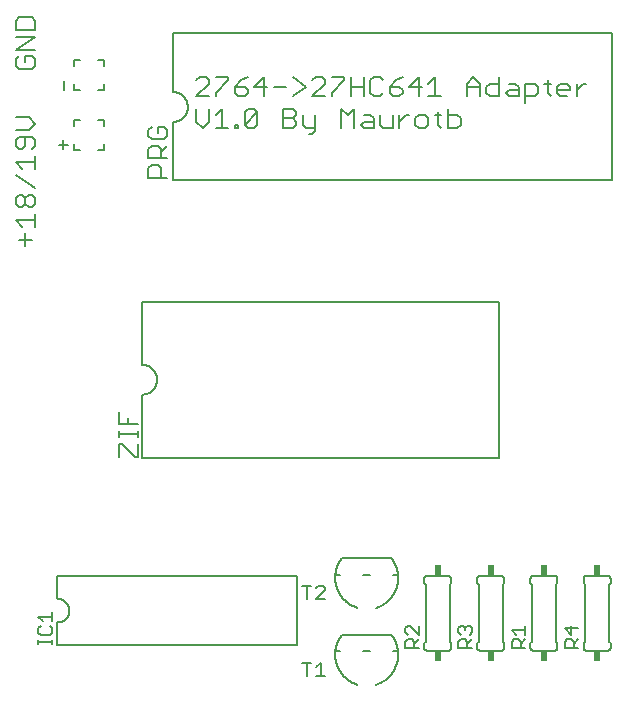
<source format=gto>
G75*
%MOIN*%
%OFA0B0*%
%FSLAX25Y25*%
%IPPOS*%
%LPD*%
%AMOC8*
5,1,8,0,0,1.08239X$1,22.5*
%
%ADD10C,0.00600*%
%ADD11C,0.00500*%
%ADD12C,0.00700*%
%ADD13R,0.02400X0.03400*%
D10*
X0019898Y0023831D02*
X0019898Y0031331D01*
X0020024Y0031333D01*
X0020149Y0031339D01*
X0020274Y0031349D01*
X0020399Y0031363D01*
X0020524Y0031380D01*
X0020648Y0031402D01*
X0020771Y0031427D01*
X0020893Y0031457D01*
X0021014Y0031490D01*
X0021134Y0031527D01*
X0021253Y0031567D01*
X0021370Y0031612D01*
X0021487Y0031660D01*
X0021601Y0031712D01*
X0021714Y0031767D01*
X0021825Y0031826D01*
X0021934Y0031888D01*
X0022041Y0031954D01*
X0022146Y0032023D01*
X0022249Y0032095D01*
X0022350Y0032170D01*
X0022448Y0032249D01*
X0022543Y0032331D01*
X0022636Y0032415D01*
X0022726Y0032503D01*
X0022814Y0032593D01*
X0022898Y0032686D01*
X0022980Y0032781D01*
X0023059Y0032879D01*
X0023134Y0032980D01*
X0023206Y0033083D01*
X0023275Y0033188D01*
X0023341Y0033295D01*
X0023403Y0033404D01*
X0023462Y0033515D01*
X0023517Y0033628D01*
X0023569Y0033742D01*
X0023617Y0033859D01*
X0023662Y0033976D01*
X0023702Y0034095D01*
X0023739Y0034215D01*
X0023772Y0034336D01*
X0023802Y0034458D01*
X0023827Y0034581D01*
X0023849Y0034705D01*
X0023866Y0034830D01*
X0023880Y0034955D01*
X0023890Y0035080D01*
X0023896Y0035205D01*
X0023898Y0035331D01*
X0023896Y0035457D01*
X0023890Y0035582D01*
X0023880Y0035707D01*
X0023866Y0035832D01*
X0023849Y0035957D01*
X0023827Y0036081D01*
X0023802Y0036204D01*
X0023772Y0036326D01*
X0023739Y0036447D01*
X0023702Y0036567D01*
X0023662Y0036686D01*
X0023617Y0036803D01*
X0023569Y0036920D01*
X0023517Y0037034D01*
X0023462Y0037147D01*
X0023403Y0037258D01*
X0023341Y0037367D01*
X0023275Y0037474D01*
X0023206Y0037579D01*
X0023134Y0037682D01*
X0023059Y0037783D01*
X0022980Y0037881D01*
X0022898Y0037976D01*
X0022814Y0038069D01*
X0022726Y0038159D01*
X0022636Y0038247D01*
X0022543Y0038331D01*
X0022448Y0038413D01*
X0022350Y0038492D01*
X0022249Y0038567D01*
X0022146Y0038639D01*
X0022041Y0038708D01*
X0021934Y0038774D01*
X0021825Y0038836D01*
X0021714Y0038895D01*
X0021601Y0038950D01*
X0021487Y0039002D01*
X0021370Y0039050D01*
X0021253Y0039095D01*
X0021134Y0039135D01*
X0021014Y0039172D01*
X0020893Y0039205D01*
X0020771Y0039235D01*
X0020648Y0039260D01*
X0020524Y0039282D01*
X0020399Y0039299D01*
X0020274Y0039313D01*
X0020149Y0039323D01*
X0020024Y0039329D01*
X0019898Y0039331D01*
X0019898Y0046831D01*
X0099898Y0046831D01*
X0099898Y0023831D01*
X0019898Y0023831D01*
X0048154Y0086299D02*
X0167154Y0086299D01*
X0167154Y0138299D01*
X0048154Y0138299D01*
X0048154Y0117299D01*
X0048294Y0117297D01*
X0048434Y0117291D01*
X0048574Y0117281D01*
X0048714Y0117268D01*
X0048853Y0117250D01*
X0048992Y0117228D01*
X0049129Y0117203D01*
X0049267Y0117174D01*
X0049403Y0117141D01*
X0049538Y0117104D01*
X0049672Y0117063D01*
X0049805Y0117018D01*
X0049937Y0116970D01*
X0050067Y0116918D01*
X0050196Y0116863D01*
X0050323Y0116804D01*
X0050449Y0116741D01*
X0050573Y0116675D01*
X0050694Y0116606D01*
X0050814Y0116533D01*
X0050932Y0116456D01*
X0051047Y0116377D01*
X0051161Y0116294D01*
X0051271Y0116208D01*
X0051380Y0116119D01*
X0051486Y0116027D01*
X0051589Y0115932D01*
X0051690Y0115835D01*
X0051787Y0115734D01*
X0051882Y0115631D01*
X0051974Y0115525D01*
X0052063Y0115416D01*
X0052149Y0115306D01*
X0052232Y0115192D01*
X0052311Y0115077D01*
X0052388Y0114959D01*
X0052461Y0114839D01*
X0052530Y0114718D01*
X0052596Y0114594D01*
X0052659Y0114468D01*
X0052718Y0114341D01*
X0052773Y0114212D01*
X0052825Y0114082D01*
X0052873Y0113950D01*
X0052918Y0113817D01*
X0052959Y0113683D01*
X0052996Y0113548D01*
X0053029Y0113412D01*
X0053058Y0113274D01*
X0053083Y0113137D01*
X0053105Y0112998D01*
X0053123Y0112859D01*
X0053136Y0112719D01*
X0053146Y0112579D01*
X0053152Y0112439D01*
X0053154Y0112299D01*
X0053152Y0112159D01*
X0053146Y0112019D01*
X0053136Y0111879D01*
X0053123Y0111739D01*
X0053105Y0111600D01*
X0053083Y0111461D01*
X0053058Y0111324D01*
X0053029Y0111186D01*
X0052996Y0111050D01*
X0052959Y0110915D01*
X0052918Y0110781D01*
X0052873Y0110648D01*
X0052825Y0110516D01*
X0052773Y0110386D01*
X0052718Y0110257D01*
X0052659Y0110130D01*
X0052596Y0110004D01*
X0052530Y0109880D01*
X0052461Y0109759D01*
X0052388Y0109639D01*
X0052311Y0109521D01*
X0052232Y0109406D01*
X0052149Y0109292D01*
X0052063Y0109182D01*
X0051974Y0109073D01*
X0051882Y0108967D01*
X0051787Y0108864D01*
X0051690Y0108763D01*
X0051589Y0108666D01*
X0051486Y0108571D01*
X0051380Y0108479D01*
X0051271Y0108390D01*
X0051161Y0108304D01*
X0051047Y0108221D01*
X0050932Y0108142D01*
X0050814Y0108065D01*
X0050694Y0107992D01*
X0050573Y0107923D01*
X0050449Y0107857D01*
X0050323Y0107794D01*
X0050196Y0107735D01*
X0050067Y0107680D01*
X0049937Y0107628D01*
X0049805Y0107580D01*
X0049672Y0107535D01*
X0049538Y0107494D01*
X0049403Y0107457D01*
X0049267Y0107424D01*
X0049129Y0107395D01*
X0048992Y0107370D01*
X0048853Y0107348D01*
X0048714Y0107330D01*
X0048574Y0107317D01*
X0048434Y0107307D01*
X0048294Y0107301D01*
X0048154Y0107299D01*
X0048154Y0086299D01*
X0009308Y0156812D02*
X0009308Y0161082D01*
X0008241Y0163257D02*
X0006106Y0165392D01*
X0012511Y0165392D01*
X0012511Y0163257D02*
X0012511Y0167528D01*
X0011443Y0169703D02*
X0010376Y0169703D01*
X0009308Y0170770D01*
X0009308Y0172906D01*
X0010376Y0173973D01*
X0011443Y0173973D01*
X0012511Y0172906D01*
X0012511Y0170770D01*
X0011443Y0169703D01*
X0009308Y0170770D02*
X0008241Y0169703D01*
X0007173Y0169703D01*
X0006106Y0170770D01*
X0006106Y0172906D01*
X0007173Y0173973D01*
X0008241Y0173973D01*
X0009308Y0172906D01*
X0012511Y0176148D02*
X0006106Y0180419D01*
X0008241Y0182594D02*
X0006106Y0184729D01*
X0012511Y0184729D01*
X0012511Y0182594D02*
X0012511Y0186864D01*
X0011443Y0189039D02*
X0012511Y0190107D01*
X0012511Y0192242D01*
X0011443Y0193310D01*
X0007173Y0193310D01*
X0006106Y0192242D01*
X0006106Y0190107D01*
X0007173Y0189039D01*
X0008241Y0189039D01*
X0009308Y0190107D01*
X0009308Y0193310D01*
X0010376Y0195485D02*
X0012511Y0197620D01*
X0010376Y0199755D01*
X0006106Y0199755D01*
X0006106Y0195485D02*
X0010376Y0195485D01*
X0025370Y0196874D02*
X0025370Y0198874D01*
X0027370Y0198874D01*
X0033370Y0198874D02*
X0035370Y0198874D01*
X0035370Y0196874D01*
X0035370Y0190874D02*
X0035370Y0188874D01*
X0033370Y0188874D01*
X0027370Y0188874D02*
X0025370Y0188874D01*
X0025370Y0190874D01*
X0025488Y0208677D02*
X0025488Y0210677D01*
X0025488Y0208677D02*
X0027488Y0208677D01*
X0033488Y0208677D02*
X0035488Y0208677D01*
X0035488Y0210677D01*
X0035488Y0216677D02*
X0035488Y0218677D01*
X0033488Y0218677D01*
X0027488Y0218677D02*
X0025488Y0218677D01*
X0025488Y0216677D01*
X0012511Y0216934D02*
X0011443Y0215867D01*
X0007173Y0215867D01*
X0006106Y0216934D01*
X0006106Y0219070D01*
X0007173Y0220137D01*
X0009308Y0220137D02*
X0009308Y0218002D01*
X0009308Y0220137D02*
X0011443Y0220137D01*
X0012511Y0219070D01*
X0012511Y0216934D01*
X0012511Y0222312D02*
X0006106Y0222312D01*
X0012511Y0226583D01*
X0006106Y0226583D01*
X0006106Y0228758D02*
X0006106Y0231961D01*
X0007173Y0233028D01*
X0011443Y0233028D01*
X0012511Y0231961D01*
X0012511Y0228758D01*
X0006106Y0228758D01*
X0058433Y0227705D02*
X0058433Y0208205D01*
X0058573Y0208203D01*
X0058713Y0208197D01*
X0058853Y0208187D01*
X0058993Y0208174D01*
X0059132Y0208156D01*
X0059271Y0208134D01*
X0059408Y0208109D01*
X0059546Y0208080D01*
X0059682Y0208047D01*
X0059817Y0208010D01*
X0059951Y0207969D01*
X0060084Y0207924D01*
X0060216Y0207876D01*
X0060346Y0207824D01*
X0060475Y0207769D01*
X0060602Y0207710D01*
X0060728Y0207647D01*
X0060852Y0207581D01*
X0060973Y0207512D01*
X0061093Y0207439D01*
X0061211Y0207362D01*
X0061326Y0207283D01*
X0061440Y0207200D01*
X0061550Y0207114D01*
X0061659Y0207025D01*
X0061765Y0206933D01*
X0061868Y0206838D01*
X0061969Y0206741D01*
X0062066Y0206640D01*
X0062161Y0206537D01*
X0062253Y0206431D01*
X0062342Y0206322D01*
X0062428Y0206212D01*
X0062511Y0206098D01*
X0062590Y0205983D01*
X0062667Y0205865D01*
X0062740Y0205745D01*
X0062809Y0205624D01*
X0062875Y0205500D01*
X0062938Y0205374D01*
X0062997Y0205247D01*
X0063052Y0205118D01*
X0063104Y0204988D01*
X0063152Y0204856D01*
X0063197Y0204723D01*
X0063238Y0204589D01*
X0063275Y0204454D01*
X0063308Y0204318D01*
X0063337Y0204180D01*
X0063362Y0204043D01*
X0063384Y0203904D01*
X0063402Y0203765D01*
X0063415Y0203625D01*
X0063425Y0203485D01*
X0063431Y0203345D01*
X0063433Y0203205D01*
X0063431Y0203065D01*
X0063425Y0202925D01*
X0063415Y0202785D01*
X0063402Y0202645D01*
X0063384Y0202506D01*
X0063362Y0202367D01*
X0063337Y0202230D01*
X0063308Y0202092D01*
X0063275Y0201956D01*
X0063238Y0201821D01*
X0063197Y0201687D01*
X0063152Y0201554D01*
X0063104Y0201422D01*
X0063052Y0201292D01*
X0062997Y0201163D01*
X0062938Y0201036D01*
X0062875Y0200910D01*
X0062809Y0200786D01*
X0062740Y0200665D01*
X0062667Y0200545D01*
X0062590Y0200427D01*
X0062511Y0200312D01*
X0062428Y0200198D01*
X0062342Y0200088D01*
X0062253Y0199979D01*
X0062161Y0199873D01*
X0062066Y0199770D01*
X0061969Y0199669D01*
X0061868Y0199572D01*
X0061765Y0199477D01*
X0061659Y0199385D01*
X0061550Y0199296D01*
X0061440Y0199210D01*
X0061326Y0199127D01*
X0061211Y0199048D01*
X0061093Y0198971D01*
X0060973Y0198898D01*
X0060852Y0198829D01*
X0060728Y0198763D01*
X0060602Y0198700D01*
X0060475Y0198641D01*
X0060346Y0198586D01*
X0060216Y0198534D01*
X0060084Y0198486D01*
X0059951Y0198441D01*
X0059817Y0198400D01*
X0059682Y0198363D01*
X0059546Y0198330D01*
X0059408Y0198301D01*
X0059271Y0198276D01*
X0059132Y0198254D01*
X0058993Y0198236D01*
X0058853Y0198223D01*
X0058713Y0198213D01*
X0058573Y0198207D01*
X0058433Y0198205D01*
X0058433Y0178705D01*
X0204933Y0178705D01*
X0204933Y0227705D01*
X0058433Y0227705D01*
X0067328Y0213087D02*
X0066261Y0212020D01*
X0067328Y0213087D02*
X0069463Y0213087D01*
X0070531Y0212020D01*
X0070531Y0210952D01*
X0066261Y0206682D01*
X0070531Y0206682D01*
X0072706Y0206682D02*
X0072706Y0207749D01*
X0076976Y0212020D01*
X0076976Y0213087D01*
X0072706Y0213087D01*
X0079152Y0209885D02*
X0079152Y0207749D01*
X0080219Y0206682D01*
X0082354Y0206682D01*
X0083422Y0207749D01*
X0083422Y0208817D01*
X0082354Y0209885D01*
X0079152Y0209885D01*
X0081287Y0212020D01*
X0083422Y0213087D01*
X0085597Y0209885D02*
X0089867Y0209885D01*
X0092043Y0209885D02*
X0096313Y0209885D01*
X0098488Y0213087D02*
X0102758Y0209885D01*
X0098488Y0206682D01*
X0098468Y0202587D02*
X0095265Y0202587D01*
X0095265Y0196182D01*
X0098468Y0196182D01*
X0099536Y0197249D01*
X0099536Y0198317D01*
X0098468Y0199385D01*
X0095265Y0199385D01*
X0098468Y0199385D02*
X0099536Y0200452D01*
X0099536Y0201520D01*
X0098468Y0202587D01*
X0101711Y0200452D02*
X0101711Y0197249D01*
X0102778Y0196182D01*
X0105981Y0196182D01*
X0105981Y0195114D02*
X0104914Y0194047D01*
X0103846Y0194047D01*
X0105981Y0195114D02*
X0105981Y0200452D01*
X0104934Y0206682D02*
X0109204Y0210952D01*
X0109204Y0212020D01*
X0108136Y0213087D01*
X0106001Y0213087D01*
X0104934Y0212020D01*
X0104934Y0206682D02*
X0109204Y0206682D01*
X0111379Y0206682D02*
X0111379Y0207749D01*
X0115649Y0212020D01*
X0115649Y0213087D01*
X0111379Y0213087D01*
X0117825Y0213087D02*
X0117825Y0206682D01*
X0117825Y0209885D02*
X0122095Y0209885D01*
X0124270Y0212020D02*
X0124270Y0207749D01*
X0125338Y0206682D01*
X0127473Y0206682D01*
X0128540Y0207749D01*
X0130716Y0207749D02*
X0130716Y0209885D01*
X0133918Y0209885D01*
X0134986Y0208817D01*
X0134986Y0207749D01*
X0133918Y0206682D01*
X0131783Y0206682D01*
X0130716Y0207749D01*
X0130716Y0209885D02*
X0132851Y0212020D01*
X0134986Y0213087D01*
X0137161Y0209885D02*
X0141431Y0209885D01*
X0143607Y0210952D02*
X0145742Y0213087D01*
X0145742Y0206682D01*
X0143607Y0206682D02*
X0147877Y0206682D01*
X0150052Y0202587D02*
X0150052Y0196182D01*
X0153255Y0196182D01*
X0154322Y0197249D01*
X0154322Y0199385D01*
X0153255Y0200452D01*
X0150052Y0200452D01*
X0147890Y0200452D02*
X0145755Y0200452D01*
X0146823Y0201520D02*
X0146823Y0197249D01*
X0147890Y0196182D01*
X0143580Y0197249D02*
X0143580Y0199385D01*
X0142512Y0200452D01*
X0140377Y0200452D01*
X0139310Y0199385D01*
X0139310Y0197249D01*
X0140377Y0196182D01*
X0142512Y0196182D01*
X0143580Y0197249D01*
X0137141Y0200452D02*
X0136073Y0200452D01*
X0133938Y0198317D01*
X0133938Y0196182D02*
X0133938Y0200452D01*
X0131763Y0200452D02*
X0131763Y0196182D01*
X0128560Y0196182D01*
X0127493Y0197249D01*
X0127493Y0200452D01*
X0125318Y0199385D02*
X0125318Y0196182D01*
X0122115Y0196182D01*
X0121047Y0197249D01*
X0122115Y0198317D01*
X0125318Y0198317D01*
X0125318Y0199385D02*
X0124250Y0200452D01*
X0122115Y0200452D01*
X0118872Y0202587D02*
X0118872Y0196182D01*
X0116737Y0200452D02*
X0118872Y0202587D01*
X0116737Y0200452D02*
X0114602Y0202587D01*
X0114602Y0196182D01*
X0122095Y0206682D02*
X0122095Y0213087D01*
X0124270Y0212020D02*
X0125338Y0213087D01*
X0127473Y0213087D01*
X0128540Y0212020D01*
X0137161Y0209885D02*
X0140364Y0213087D01*
X0140364Y0206682D01*
X0156498Y0206682D02*
X0156498Y0210952D01*
X0158633Y0213087D01*
X0160768Y0210952D01*
X0160768Y0206682D01*
X0162943Y0207749D02*
X0162943Y0209885D01*
X0164011Y0210952D01*
X0167213Y0210952D01*
X0167213Y0213087D02*
X0167213Y0206682D01*
X0164011Y0206682D01*
X0162943Y0207749D01*
X0160768Y0209885D02*
X0156498Y0209885D01*
X0169389Y0207749D02*
X0170456Y0208817D01*
X0173659Y0208817D01*
X0173659Y0209885D02*
X0173659Y0206682D01*
X0170456Y0206682D01*
X0169389Y0207749D01*
X0170456Y0210952D02*
X0172591Y0210952D01*
X0173659Y0209885D01*
X0175834Y0210952D02*
X0179037Y0210952D01*
X0180104Y0209885D01*
X0180104Y0207749D01*
X0179037Y0206682D01*
X0175834Y0206682D01*
X0175834Y0204547D02*
X0175834Y0210952D01*
X0182280Y0210952D02*
X0184415Y0210952D01*
X0183347Y0212020D02*
X0183347Y0207749D01*
X0184415Y0206682D01*
X0186577Y0207749D02*
X0186577Y0209885D01*
X0187644Y0210952D01*
X0189779Y0210952D01*
X0190847Y0209885D01*
X0190847Y0208817D01*
X0186577Y0208817D01*
X0186577Y0207749D02*
X0187644Y0206682D01*
X0189779Y0206682D01*
X0193022Y0206682D02*
X0193022Y0210952D01*
X0193022Y0208817D02*
X0195157Y0210952D01*
X0196225Y0210952D01*
X0088800Y0213087D02*
X0088800Y0206682D01*
X0085597Y0209885D02*
X0088800Y0213087D01*
X0085577Y0202587D02*
X0083442Y0202587D01*
X0082374Y0201520D01*
X0082374Y0197249D01*
X0086645Y0201520D01*
X0086645Y0197249D01*
X0085577Y0196182D01*
X0083442Y0196182D01*
X0082374Y0197249D01*
X0080219Y0197249D02*
X0080219Y0196182D01*
X0079152Y0196182D01*
X0079152Y0197249D01*
X0080219Y0197249D01*
X0076976Y0196182D02*
X0072706Y0196182D01*
X0074841Y0196182D02*
X0074841Y0202587D01*
X0072706Y0200452D01*
X0070531Y0198317D02*
X0070531Y0202587D01*
X0070531Y0198317D02*
X0068396Y0196182D01*
X0066261Y0198317D01*
X0066261Y0202587D01*
X0085577Y0202587D02*
X0086645Y0201520D01*
X0011443Y0158947D02*
X0007173Y0158947D01*
X0142169Y0045965D02*
X0142169Y0044465D01*
X0142669Y0043965D01*
X0142669Y0024965D01*
X0142169Y0024465D01*
X0142169Y0022965D01*
X0142171Y0022905D01*
X0142176Y0022844D01*
X0142185Y0022785D01*
X0142198Y0022726D01*
X0142214Y0022667D01*
X0142234Y0022610D01*
X0142257Y0022555D01*
X0142284Y0022500D01*
X0142313Y0022448D01*
X0142346Y0022397D01*
X0142382Y0022348D01*
X0142420Y0022302D01*
X0142462Y0022258D01*
X0142506Y0022216D01*
X0142552Y0022178D01*
X0142601Y0022142D01*
X0142652Y0022109D01*
X0142704Y0022080D01*
X0142759Y0022053D01*
X0142814Y0022030D01*
X0142871Y0022010D01*
X0142930Y0021994D01*
X0142989Y0021981D01*
X0143048Y0021972D01*
X0143109Y0021967D01*
X0143169Y0021965D01*
X0150169Y0021965D01*
X0150229Y0021967D01*
X0150290Y0021972D01*
X0150349Y0021981D01*
X0150408Y0021994D01*
X0150467Y0022010D01*
X0150524Y0022030D01*
X0150579Y0022053D01*
X0150634Y0022080D01*
X0150686Y0022109D01*
X0150737Y0022142D01*
X0150786Y0022178D01*
X0150832Y0022216D01*
X0150876Y0022258D01*
X0150918Y0022302D01*
X0150956Y0022348D01*
X0150992Y0022397D01*
X0151025Y0022448D01*
X0151054Y0022500D01*
X0151081Y0022555D01*
X0151104Y0022610D01*
X0151124Y0022667D01*
X0151140Y0022726D01*
X0151153Y0022785D01*
X0151162Y0022844D01*
X0151167Y0022905D01*
X0151169Y0022965D01*
X0151169Y0024465D01*
X0150669Y0024965D01*
X0150669Y0043965D01*
X0151169Y0044465D01*
X0151169Y0045965D01*
X0151167Y0046025D01*
X0151162Y0046086D01*
X0151153Y0046145D01*
X0151140Y0046204D01*
X0151124Y0046263D01*
X0151104Y0046320D01*
X0151081Y0046375D01*
X0151054Y0046430D01*
X0151025Y0046482D01*
X0150992Y0046533D01*
X0150956Y0046582D01*
X0150918Y0046628D01*
X0150876Y0046672D01*
X0150832Y0046714D01*
X0150786Y0046752D01*
X0150737Y0046788D01*
X0150686Y0046821D01*
X0150634Y0046850D01*
X0150579Y0046877D01*
X0150524Y0046900D01*
X0150467Y0046920D01*
X0150408Y0046936D01*
X0150349Y0046949D01*
X0150290Y0046958D01*
X0150229Y0046963D01*
X0150169Y0046965D01*
X0143169Y0046965D01*
X0143109Y0046963D01*
X0143048Y0046958D01*
X0142989Y0046949D01*
X0142930Y0046936D01*
X0142871Y0046920D01*
X0142814Y0046900D01*
X0142759Y0046877D01*
X0142704Y0046850D01*
X0142652Y0046821D01*
X0142601Y0046788D01*
X0142552Y0046752D01*
X0142506Y0046714D01*
X0142462Y0046672D01*
X0142420Y0046628D01*
X0142382Y0046582D01*
X0142346Y0046533D01*
X0142313Y0046482D01*
X0142284Y0046430D01*
X0142257Y0046375D01*
X0142234Y0046320D01*
X0142214Y0046263D01*
X0142198Y0046204D01*
X0142185Y0046145D01*
X0142176Y0046086D01*
X0142171Y0046025D01*
X0142169Y0045965D01*
X0159886Y0045965D02*
X0159886Y0044465D01*
X0160386Y0043965D01*
X0160386Y0024965D01*
X0159886Y0024465D01*
X0159886Y0022965D01*
X0159888Y0022905D01*
X0159893Y0022844D01*
X0159902Y0022785D01*
X0159915Y0022726D01*
X0159931Y0022667D01*
X0159951Y0022610D01*
X0159974Y0022555D01*
X0160001Y0022500D01*
X0160030Y0022448D01*
X0160063Y0022397D01*
X0160099Y0022348D01*
X0160137Y0022302D01*
X0160179Y0022258D01*
X0160223Y0022216D01*
X0160269Y0022178D01*
X0160318Y0022142D01*
X0160369Y0022109D01*
X0160421Y0022080D01*
X0160476Y0022053D01*
X0160531Y0022030D01*
X0160588Y0022010D01*
X0160647Y0021994D01*
X0160706Y0021981D01*
X0160765Y0021972D01*
X0160826Y0021967D01*
X0160886Y0021965D01*
X0167886Y0021965D01*
X0167946Y0021967D01*
X0168007Y0021972D01*
X0168066Y0021981D01*
X0168125Y0021994D01*
X0168184Y0022010D01*
X0168241Y0022030D01*
X0168296Y0022053D01*
X0168351Y0022080D01*
X0168403Y0022109D01*
X0168454Y0022142D01*
X0168503Y0022178D01*
X0168549Y0022216D01*
X0168593Y0022258D01*
X0168635Y0022302D01*
X0168673Y0022348D01*
X0168709Y0022397D01*
X0168742Y0022448D01*
X0168771Y0022500D01*
X0168798Y0022555D01*
X0168821Y0022610D01*
X0168841Y0022667D01*
X0168857Y0022726D01*
X0168870Y0022785D01*
X0168879Y0022844D01*
X0168884Y0022905D01*
X0168886Y0022965D01*
X0168886Y0024465D01*
X0168386Y0024965D01*
X0168386Y0043965D01*
X0168886Y0044465D01*
X0168886Y0045965D01*
X0168884Y0046025D01*
X0168879Y0046086D01*
X0168870Y0046145D01*
X0168857Y0046204D01*
X0168841Y0046263D01*
X0168821Y0046320D01*
X0168798Y0046375D01*
X0168771Y0046430D01*
X0168742Y0046482D01*
X0168709Y0046533D01*
X0168673Y0046582D01*
X0168635Y0046628D01*
X0168593Y0046672D01*
X0168549Y0046714D01*
X0168503Y0046752D01*
X0168454Y0046788D01*
X0168403Y0046821D01*
X0168351Y0046850D01*
X0168296Y0046877D01*
X0168241Y0046900D01*
X0168184Y0046920D01*
X0168125Y0046936D01*
X0168066Y0046949D01*
X0168007Y0046958D01*
X0167946Y0046963D01*
X0167886Y0046965D01*
X0160886Y0046965D01*
X0160826Y0046963D01*
X0160765Y0046958D01*
X0160706Y0046949D01*
X0160647Y0046936D01*
X0160588Y0046920D01*
X0160531Y0046900D01*
X0160476Y0046877D01*
X0160421Y0046850D01*
X0160369Y0046821D01*
X0160318Y0046788D01*
X0160269Y0046752D01*
X0160223Y0046714D01*
X0160179Y0046672D01*
X0160137Y0046628D01*
X0160099Y0046582D01*
X0160063Y0046533D01*
X0160030Y0046482D01*
X0160001Y0046430D01*
X0159974Y0046375D01*
X0159951Y0046320D01*
X0159931Y0046263D01*
X0159915Y0046204D01*
X0159902Y0046145D01*
X0159893Y0046086D01*
X0159888Y0046025D01*
X0159886Y0045965D01*
X0177602Y0045965D02*
X0177602Y0044465D01*
X0178102Y0043965D01*
X0178102Y0024965D01*
X0177602Y0024465D01*
X0177602Y0022965D01*
X0177604Y0022905D01*
X0177609Y0022844D01*
X0177618Y0022785D01*
X0177631Y0022726D01*
X0177647Y0022667D01*
X0177667Y0022610D01*
X0177690Y0022555D01*
X0177717Y0022500D01*
X0177746Y0022448D01*
X0177779Y0022397D01*
X0177815Y0022348D01*
X0177853Y0022302D01*
X0177895Y0022258D01*
X0177939Y0022216D01*
X0177985Y0022178D01*
X0178034Y0022142D01*
X0178085Y0022109D01*
X0178137Y0022080D01*
X0178192Y0022053D01*
X0178247Y0022030D01*
X0178304Y0022010D01*
X0178363Y0021994D01*
X0178422Y0021981D01*
X0178481Y0021972D01*
X0178542Y0021967D01*
X0178602Y0021965D01*
X0185602Y0021965D01*
X0185662Y0021967D01*
X0185723Y0021972D01*
X0185782Y0021981D01*
X0185841Y0021994D01*
X0185900Y0022010D01*
X0185957Y0022030D01*
X0186012Y0022053D01*
X0186067Y0022080D01*
X0186119Y0022109D01*
X0186170Y0022142D01*
X0186219Y0022178D01*
X0186265Y0022216D01*
X0186309Y0022258D01*
X0186351Y0022302D01*
X0186389Y0022348D01*
X0186425Y0022397D01*
X0186458Y0022448D01*
X0186487Y0022500D01*
X0186514Y0022555D01*
X0186537Y0022610D01*
X0186557Y0022667D01*
X0186573Y0022726D01*
X0186586Y0022785D01*
X0186595Y0022844D01*
X0186600Y0022905D01*
X0186602Y0022965D01*
X0186602Y0024465D01*
X0186102Y0024965D01*
X0186102Y0043965D01*
X0186602Y0044465D01*
X0186602Y0045965D01*
X0186600Y0046025D01*
X0186595Y0046086D01*
X0186586Y0046145D01*
X0186573Y0046204D01*
X0186557Y0046263D01*
X0186537Y0046320D01*
X0186514Y0046375D01*
X0186487Y0046430D01*
X0186458Y0046482D01*
X0186425Y0046533D01*
X0186389Y0046582D01*
X0186351Y0046628D01*
X0186309Y0046672D01*
X0186265Y0046714D01*
X0186219Y0046752D01*
X0186170Y0046788D01*
X0186119Y0046821D01*
X0186067Y0046850D01*
X0186012Y0046877D01*
X0185957Y0046900D01*
X0185900Y0046920D01*
X0185841Y0046936D01*
X0185782Y0046949D01*
X0185723Y0046958D01*
X0185662Y0046963D01*
X0185602Y0046965D01*
X0178602Y0046965D01*
X0178542Y0046963D01*
X0178481Y0046958D01*
X0178422Y0046949D01*
X0178363Y0046936D01*
X0178304Y0046920D01*
X0178247Y0046900D01*
X0178192Y0046877D01*
X0178137Y0046850D01*
X0178085Y0046821D01*
X0178034Y0046788D01*
X0177985Y0046752D01*
X0177939Y0046714D01*
X0177895Y0046672D01*
X0177853Y0046628D01*
X0177815Y0046582D01*
X0177779Y0046533D01*
X0177746Y0046482D01*
X0177717Y0046430D01*
X0177690Y0046375D01*
X0177667Y0046320D01*
X0177647Y0046263D01*
X0177631Y0046204D01*
X0177618Y0046145D01*
X0177609Y0046086D01*
X0177604Y0046025D01*
X0177602Y0045965D01*
X0195319Y0045965D02*
X0195319Y0044465D01*
X0195819Y0043965D01*
X0195819Y0024965D01*
X0195319Y0024465D01*
X0195319Y0022965D01*
X0195321Y0022905D01*
X0195326Y0022844D01*
X0195335Y0022785D01*
X0195348Y0022726D01*
X0195364Y0022667D01*
X0195384Y0022610D01*
X0195407Y0022555D01*
X0195434Y0022500D01*
X0195463Y0022448D01*
X0195496Y0022397D01*
X0195532Y0022348D01*
X0195570Y0022302D01*
X0195612Y0022258D01*
X0195656Y0022216D01*
X0195702Y0022178D01*
X0195751Y0022142D01*
X0195802Y0022109D01*
X0195854Y0022080D01*
X0195909Y0022053D01*
X0195964Y0022030D01*
X0196021Y0022010D01*
X0196080Y0021994D01*
X0196139Y0021981D01*
X0196198Y0021972D01*
X0196259Y0021967D01*
X0196319Y0021965D01*
X0203319Y0021965D01*
X0203379Y0021967D01*
X0203440Y0021972D01*
X0203499Y0021981D01*
X0203558Y0021994D01*
X0203617Y0022010D01*
X0203674Y0022030D01*
X0203729Y0022053D01*
X0203784Y0022080D01*
X0203836Y0022109D01*
X0203887Y0022142D01*
X0203936Y0022178D01*
X0203982Y0022216D01*
X0204026Y0022258D01*
X0204068Y0022302D01*
X0204106Y0022348D01*
X0204142Y0022397D01*
X0204175Y0022448D01*
X0204204Y0022500D01*
X0204231Y0022555D01*
X0204254Y0022610D01*
X0204274Y0022667D01*
X0204290Y0022726D01*
X0204303Y0022785D01*
X0204312Y0022844D01*
X0204317Y0022905D01*
X0204319Y0022965D01*
X0204319Y0024465D01*
X0203819Y0024965D01*
X0203819Y0043965D01*
X0204319Y0044465D01*
X0204319Y0045965D01*
X0204317Y0046025D01*
X0204312Y0046086D01*
X0204303Y0046145D01*
X0204290Y0046204D01*
X0204274Y0046263D01*
X0204254Y0046320D01*
X0204231Y0046375D01*
X0204204Y0046430D01*
X0204175Y0046482D01*
X0204142Y0046533D01*
X0204106Y0046582D01*
X0204068Y0046628D01*
X0204026Y0046672D01*
X0203982Y0046714D01*
X0203936Y0046752D01*
X0203887Y0046788D01*
X0203836Y0046821D01*
X0203784Y0046850D01*
X0203729Y0046877D01*
X0203674Y0046900D01*
X0203617Y0046920D01*
X0203558Y0046936D01*
X0203499Y0046949D01*
X0203440Y0046958D01*
X0203379Y0046963D01*
X0203319Y0046965D01*
X0196319Y0046965D01*
X0196259Y0046963D01*
X0196198Y0046958D01*
X0196139Y0046949D01*
X0196080Y0046936D01*
X0196021Y0046920D01*
X0195964Y0046900D01*
X0195909Y0046877D01*
X0195854Y0046850D01*
X0195802Y0046821D01*
X0195751Y0046788D01*
X0195702Y0046752D01*
X0195656Y0046714D01*
X0195612Y0046672D01*
X0195570Y0046628D01*
X0195532Y0046582D01*
X0195496Y0046533D01*
X0195463Y0046482D01*
X0195434Y0046430D01*
X0195407Y0046375D01*
X0195384Y0046320D01*
X0195364Y0046263D01*
X0195348Y0046204D01*
X0195335Y0046145D01*
X0195326Y0046086D01*
X0195321Y0046025D01*
X0195319Y0045965D01*
D11*
X0013644Y0025582D02*
X0013644Y0024081D01*
X0013644Y0024831D02*
X0018148Y0024831D01*
X0018148Y0024081D02*
X0018148Y0025582D01*
X0017397Y0027150D02*
X0018148Y0027901D01*
X0018148Y0029402D01*
X0017397Y0030153D01*
X0018148Y0031754D02*
X0018148Y0034756D01*
X0018148Y0033255D02*
X0013644Y0033255D01*
X0015145Y0031754D01*
X0014394Y0030153D02*
X0013644Y0029402D01*
X0013644Y0027901D01*
X0014394Y0027150D01*
X0017397Y0027150D01*
X0101589Y0017939D02*
X0104592Y0017939D01*
X0103091Y0017939D02*
X0103091Y0013435D01*
X0106193Y0013435D02*
X0109196Y0013435D01*
X0107695Y0013435D02*
X0107695Y0017939D01*
X0106193Y0016438D01*
X0112595Y0021685D02*
X0114174Y0021685D01*
X0114801Y0027185D02*
X0131293Y0027185D01*
X0135915Y0028069D02*
X0136666Y0027318D01*
X0135915Y0028069D02*
X0135915Y0029570D01*
X0136666Y0030321D01*
X0137417Y0030321D01*
X0140419Y0027318D01*
X0140419Y0030321D01*
X0140419Y0025717D02*
X0138918Y0024216D01*
X0138918Y0024966D02*
X0138918Y0022715D01*
X0140419Y0022715D02*
X0135915Y0022715D01*
X0135915Y0024966D01*
X0136666Y0025717D01*
X0138167Y0025717D01*
X0138918Y0024966D01*
X0133500Y0021685D02*
X0131920Y0021685D01*
X0124174Y0021685D02*
X0121920Y0021685D01*
X0131293Y0027185D02*
X0131446Y0026986D01*
X0131594Y0026784D01*
X0131737Y0026579D01*
X0131875Y0026370D01*
X0132008Y0026158D01*
X0132136Y0025943D01*
X0132258Y0025725D01*
X0132376Y0025504D01*
X0132488Y0025280D01*
X0132595Y0025054D01*
X0132696Y0024825D01*
X0132792Y0024594D01*
X0132883Y0024360D01*
X0132968Y0024125D01*
X0133047Y0023887D01*
X0133120Y0023648D01*
X0133188Y0023407D01*
X0133250Y0023165D01*
X0133306Y0022921D01*
X0133357Y0022675D01*
X0133401Y0022429D01*
X0133440Y0022182D01*
X0133472Y0021934D01*
X0133499Y0021685D01*
X0133521Y0021430D01*
X0133536Y0021174D01*
X0133544Y0020918D01*
X0133547Y0020661D01*
X0133543Y0020405D01*
X0133533Y0020149D01*
X0133517Y0019893D01*
X0133495Y0019638D01*
X0133466Y0019383D01*
X0133431Y0019129D01*
X0133390Y0018876D01*
X0133343Y0018624D01*
X0133289Y0018374D01*
X0133230Y0018125D01*
X0133164Y0017877D01*
X0133093Y0017631D01*
X0133015Y0017386D01*
X0132932Y0017144D01*
X0132843Y0016904D01*
X0132747Y0016666D01*
X0132646Y0016430D01*
X0132540Y0016197D01*
X0132427Y0015967D01*
X0132309Y0015739D01*
X0132186Y0015515D01*
X0132057Y0015293D01*
X0131923Y0015075D01*
X0131783Y0014860D01*
X0131638Y0014649D01*
X0131488Y0014441D01*
X0131334Y0014237D01*
X0131174Y0014036D01*
X0131009Y0013840D01*
X0130840Y0013648D01*
X0130665Y0013459D01*
X0130487Y0013276D01*
X0130304Y0013096D01*
X0130116Y0012921D01*
X0129925Y0012751D01*
X0129729Y0012586D01*
X0129529Y0012425D01*
X0129326Y0012269D01*
X0129119Y0012119D01*
X0128908Y0011973D01*
X0128693Y0011832D01*
X0128476Y0011697D01*
X0128255Y0011567D01*
X0128031Y0011443D01*
X0127804Y0011324D01*
X0127574Y0011211D01*
X0127341Y0011103D01*
X0127106Y0011001D01*
X0126868Y0010905D01*
X0126629Y0010815D01*
X0126387Y0010730D01*
X0126143Y0010652D01*
X0119951Y0010652D02*
X0119709Y0010730D01*
X0119469Y0010814D01*
X0119231Y0010903D01*
X0118995Y0010998D01*
X0118761Y0011100D01*
X0118530Y0011206D01*
X0118302Y0011319D01*
X0118076Y0011436D01*
X0117853Y0011559D01*
X0117634Y0011688D01*
X0117417Y0011822D01*
X0117204Y0011961D01*
X0116994Y0012105D01*
X0116788Y0012254D01*
X0116586Y0012408D01*
X0116387Y0012567D01*
X0116192Y0012731D01*
X0116001Y0012900D01*
X0115815Y0013073D01*
X0115632Y0013250D01*
X0115454Y0013432D01*
X0115281Y0013618D01*
X0115112Y0013809D01*
X0114948Y0014003D01*
X0114788Y0014201D01*
X0114633Y0014403D01*
X0114484Y0014609D01*
X0114339Y0014818D01*
X0114199Y0015031D01*
X0114065Y0015247D01*
X0113936Y0015467D01*
X0113812Y0015689D01*
X0113693Y0015914D01*
X0113581Y0016142D01*
X0113473Y0016373D01*
X0113372Y0016606D01*
X0113276Y0016842D01*
X0113185Y0017080D01*
X0113101Y0017320D01*
X0113022Y0017562D01*
X0112949Y0017806D01*
X0112883Y0018052D01*
X0112822Y0018299D01*
X0112767Y0018547D01*
X0112718Y0018797D01*
X0112675Y0019048D01*
X0112639Y0019300D01*
X0112608Y0019552D01*
X0112584Y0019806D01*
X0112566Y0020059D01*
X0112554Y0020314D01*
X0112548Y0020568D01*
X0112548Y0020823D01*
X0112554Y0021077D01*
X0112567Y0021331D01*
X0112586Y0021585D01*
X0112611Y0021838D01*
X0112642Y0022091D01*
X0112679Y0022343D01*
X0112722Y0022593D01*
X0112771Y0022843D01*
X0112827Y0023092D01*
X0112888Y0023339D01*
X0112955Y0023584D01*
X0113028Y0023828D01*
X0113107Y0024070D01*
X0113192Y0024309D01*
X0113283Y0024547D01*
X0113380Y0024783D01*
X0113482Y0025016D01*
X0113590Y0025246D01*
X0113703Y0025474D01*
X0113822Y0025699D01*
X0113946Y0025921D01*
X0114076Y0026140D01*
X0114210Y0026356D01*
X0114350Y0026569D01*
X0114496Y0026778D01*
X0114646Y0026983D01*
X0114801Y0027185D01*
X0109196Y0039026D02*
X0106193Y0039026D01*
X0109196Y0042028D01*
X0109196Y0042779D01*
X0108445Y0043529D01*
X0106944Y0043529D01*
X0106193Y0042779D01*
X0104592Y0043529D02*
X0101589Y0043529D01*
X0103091Y0043529D02*
X0103091Y0039026D01*
X0112595Y0047276D02*
X0114174Y0047276D01*
X0114801Y0052776D02*
X0131293Y0052776D01*
X0131920Y0047276D02*
X0133500Y0047276D01*
X0124174Y0047276D02*
X0121920Y0047276D01*
X0131293Y0052776D02*
X0131446Y0052577D01*
X0131594Y0052375D01*
X0131737Y0052170D01*
X0131875Y0051961D01*
X0132008Y0051749D01*
X0132136Y0051534D01*
X0132258Y0051316D01*
X0132376Y0051095D01*
X0132488Y0050871D01*
X0132595Y0050645D01*
X0132696Y0050416D01*
X0132792Y0050185D01*
X0132883Y0049951D01*
X0132968Y0049716D01*
X0133047Y0049478D01*
X0133120Y0049239D01*
X0133188Y0048998D01*
X0133250Y0048756D01*
X0133306Y0048512D01*
X0133357Y0048266D01*
X0133401Y0048020D01*
X0133440Y0047773D01*
X0133472Y0047525D01*
X0133499Y0047276D01*
X0133521Y0047021D01*
X0133536Y0046765D01*
X0133544Y0046509D01*
X0133547Y0046252D01*
X0133543Y0045996D01*
X0133533Y0045740D01*
X0133517Y0045484D01*
X0133495Y0045229D01*
X0133466Y0044974D01*
X0133431Y0044720D01*
X0133390Y0044467D01*
X0133343Y0044215D01*
X0133289Y0043965D01*
X0133230Y0043716D01*
X0133164Y0043468D01*
X0133093Y0043222D01*
X0133015Y0042977D01*
X0132932Y0042735D01*
X0132843Y0042495D01*
X0132747Y0042257D01*
X0132646Y0042021D01*
X0132540Y0041788D01*
X0132427Y0041558D01*
X0132309Y0041330D01*
X0132186Y0041106D01*
X0132057Y0040884D01*
X0131923Y0040666D01*
X0131783Y0040451D01*
X0131638Y0040240D01*
X0131488Y0040032D01*
X0131334Y0039828D01*
X0131174Y0039627D01*
X0131009Y0039431D01*
X0130840Y0039239D01*
X0130665Y0039050D01*
X0130487Y0038867D01*
X0130304Y0038687D01*
X0130116Y0038512D01*
X0129925Y0038342D01*
X0129729Y0038177D01*
X0129529Y0038016D01*
X0129326Y0037860D01*
X0129119Y0037710D01*
X0128908Y0037564D01*
X0128693Y0037423D01*
X0128476Y0037288D01*
X0128255Y0037158D01*
X0128031Y0037034D01*
X0127804Y0036915D01*
X0127574Y0036802D01*
X0127341Y0036694D01*
X0127106Y0036592D01*
X0126868Y0036496D01*
X0126629Y0036406D01*
X0126387Y0036321D01*
X0126143Y0036243D01*
X0119951Y0036243D02*
X0119709Y0036321D01*
X0119469Y0036405D01*
X0119231Y0036494D01*
X0118995Y0036589D01*
X0118761Y0036691D01*
X0118530Y0036797D01*
X0118302Y0036910D01*
X0118076Y0037027D01*
X0117853Y0037150D01*
X0117634Y0037279D01*
X0117417Y0037413D01*
X0117204Y0037552D01*
X0116994Y0037696D01*
X0116788Y0037845D01*
X0116586Y0037999D01*
X0116387Y0038158D01*
X0116192Y0038322D01*
X0116001Y0038491D01*
X0115815Y0038664D01*
X0115632Y0038841D01*
X0115454Y0039023D01*
X0115281Y0039209D01*
X0115112Y0039400D01*
X0114948Y0039594D01*
X0114788Y0039792D01*
X0114633Y0039994D01*
X0114484Y0040200D01*
X0114339Y0040409D01*
X0114199Y0040622D01*
X0114065Y0040838D01*
X0113936Y0041058D01*
X0113812Y0041280D01*
X0113693Y0041505D01*
X0113581Y0041733D01*
X0113473Y0041964D01*
X0113372Y0042197D01*
X0113276Y0042433D01*
X0113185Y0042671D01*
X0113101Y0042911D01*
X0113022Y0043153D01*
X0112949Y0043397D01*
X0112883Y0043643D01*
X0112822Y0043890D01*
X0112767Y0044138D01*
X0112718Y0044388D01*
X0112675Y0044639D01*
X0112639Y0044891D01*
X0112608Y0045143D01*
X0112584Y0045397D01*
X0112566Y0045650D01*
X0112554Y0045905D01*
X0112548Y0046159D01*
X0112548Y0046414D01*
X0112554Y0046668D01*
X0112567Y0046922D01*
X0112586Y0047176D01*
X0112611Y0047429D01*
X0112642Y0047682D01*
X0112679Y0047934D01*
X0112722Y0048184D01*
X0112771Y0048434D01*
X0112827Y0048683D01*
X0112888Y0048930D01*
X0112955Y0049175D01*
X0113028Y0049419D01*
X0113107Y0049661D01*
X0113192Y0049900D01*
X0113283Y0050138D01*
X0113380Y0050374D01*
X0113482Y0050607D01*
X0113590Y0050837D01*
X0113703Y0051065D01*
X0113822Y0051290D01*
X0113946Y0051512D01*
X0114076Y0051731D01*
X0114210Y0051947D01*
X0114350Y0052160D01*
X0114496Y0052369D01*
X0114646Y0052574D01*
X0114801Y0052776D01*
X0153632Y0029570D02*
X0154383Y0030321D01*
X0155133Y0030321D01*
X0155884Y0029570D01*
X0156635Y0030321D01*
X0157385Y0030321D01*
X0158136Y0029570D01*
X0158136Y0028069D01*
X0157385Y0027318D01*
X0158136Y0025717D02*
X0156635Y0024216D01*
X0156635Y0024966D02*
X0156635Y0022715D01*
X0158136Y0022715D02*
X0153632Y0022715D01*
X0153632Y0024966D01*
X0154383Y0025717D01*
X0155884Y0025717D01*
X0156635Y0024966D01*
X0154383Y0027318D02*
X0153632Y0028069D01*
X0153632Y0029570D01*
X0155884Y0029570D02*
X0155884Y0028820D01*
X0171349Y0028820D02*
X0175852Y0028820D01*
X0175852Y0030321D02*
X0175852Y0027318D01*
X0175852Y0025717D02*
X0174351Y0024216D01*
X0174351Y0024966D02*
X0174351Y0022715D01*
X0175852Y0022715D02*
X0171349Y0022715D01*
X0171349Y0024966D01*
X0172099Y0025717D01*
X0173600Y0025717D01*
X0174351Y0024966D01*
X0172850Y0027318D02*
X0171349Y0028820D01*
X0189065Y0029570D02*
X0191317Y0027318D01*
X0191317Y0030321D01*
X0193569Y0029570D02*
X0189065Y0029570D01*
X0189816Y0025717D02*
X0191317Y0025717D01*
X0192068Y0024966D01*
X0192068Y0022715D01*
X0192068Y0024216D02*
X0193569Y0025717D01*
X0189816Y0025717D02*
X0189065Y0024966D01*
X0189065Y0022715D01*
X0193569Y0022715D01*
X0023369Y0190625D02*
X0020367Y0190625D01*
X0021868Y0189124D02*
X0021868Y0192127D01*
X0021986Y0208927D02*
X0021986Y0211930D01*
D12*
X0050278Y0195598D02*
X0050278Y0193497D01*
X0051329Y0192446D01*
X0055532Y0192446D01*
X0056583Y0193497D01*
X0056583Y0195598D01*
X0055532Y0196649D01*
X0053430Y0196649D01*
X0053430Y0194548D01*
X0051329Y0196649D02*
X0050278Y0195598D01*
X0051329Y0190204D02*
X0050278Y0189153D01*
X0050278Y0186000D01*
X0056583Y0186000D01*
X0054481Y0186000D02*
X0054481Y0189153D01*
X0053430Y0190204D01*
X0051329Y0190204D01*
X0054481Y0188102D02*
X0056583Y0190204D01*
X0053430Y0183758D02*
X0051329Y0183758D01*
X0050278Y0182707D01*
X0050278Y0179555D01*
X0056583Y0179555D01*
X0054481Y0179555D02*
X0054481Y0182707D01*
X0053430Y0183758D01*
X0040498Y0101595D02*
X0040498Y0097392D01*
X0046804Y0097392D01*
X0046804Y0095197D02*
X0046804Y0093095D01*
X0046804Y0094146D02*
X0040498Y0094146D01*
X0040498Y0093095D02*
X0040498Y0095197D01*
X0043651Y0097392D02*
X0043651Y0099494D01*
X0041549Y0090853D02*
X0045753Y0086649D01*
X0046804Y0086649D01*
X0046804Y0090853D01*
X0041549Y0090853D02*
X0040498Y0090853D01*
X0040498Y0086649D01*
D13*
X0146669Y0048665D03*
X0164386Y0048665D03*
X0182102Y0048665D03*
X0199819Y0048665D03*
X0199819Y0020265D03*
X0182102Y0020265D03*
X0164386Y0020265D03*
X0146669Y0020265D03*
M02*

</source>
